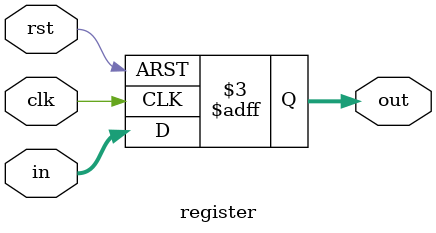
<source format=v>

module register #(
    parameter DATA_WIDTH = 18
) (
    input wire clk,
    input wire rst,
    input wire [ DATA_WIDTH - 1 : 0 ] in,
    output reg [ DATA_WIDTH - 1 : 0 ] out
);
    
    always @(posedge clk or negedge rst) begin
        if(!rst)begin
            out <= 0;
        end
        else begin
            out <= in;
        end
    end
endmodule
</source>
